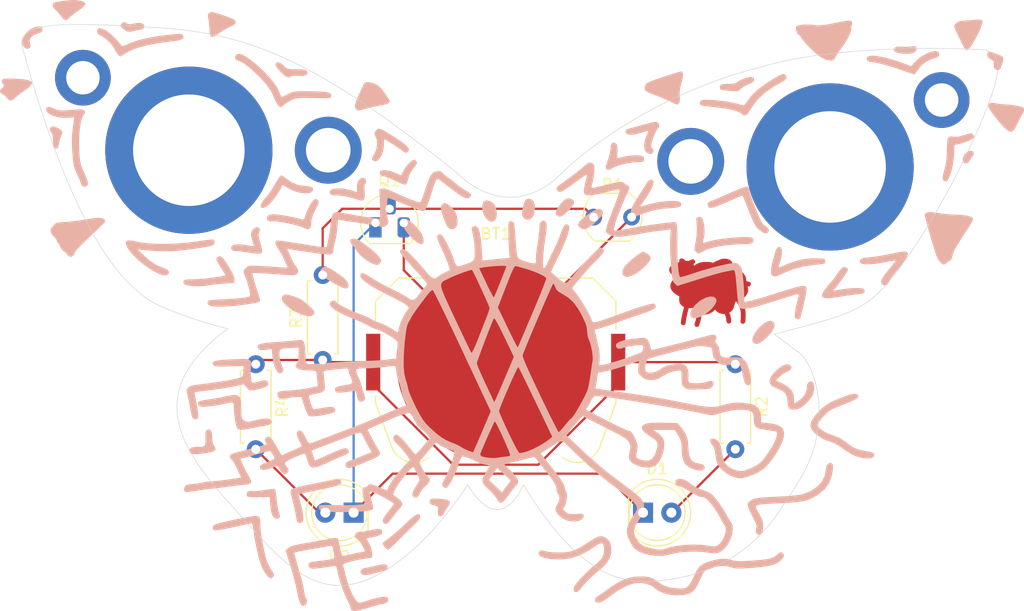
<source format=kicad_pcb>
(kicad_pcb (version 20241229) (generator "pcbnew") (generator_version "9.0")
  (layers (0 "F.Cu" signal) (2 "B.Cu" signal) (13 "F.Paste" user) (15 "B.Paste" user) (5 "F.SilkS" user "F.Silkscreen") (7 "B.SilkS" user "B.Silkscreen") (1 "F.Mask" user) (3 "B.Mask" user) (25 "Edge.Cuts" user))
  (net 0 "")
  (net 1 "Net-(BT1--)")
  (net 2 "Net-(BT1-+)")
  (net 3 "Net-(D1-A)")
  (net 4 "Net-(D2-A)")
  (net 5 "Net-(D1-K)")
  (net 6 "Net-(Q1-B)")
  (footprint "Resistor_THT:R_Axial_DIN0207_L6.3mm_D2.5mm_P7.62mm_Horizontal" (layer "F.Cu") (at 151.47 126.19 -90)
    (property "Reference" "R2" (at 3.81 -2.37 90) (layer "F.SilkS"))
    (property "Value" "R")
    (pad "1" thru_hole circle (at 0 0 270) (size 1.6 1.6) (drill 0.8) (layers "*.Cu" "*.Mask") (net 2 "Net-(BT1-+)"))
    (pad "2" thru_hole circle (at 7.62 0 270) (size 1.6 1.6) (drill 0.8) (layers "*.Cu" "*.Mask") (net 3 "Net-(D1-A)"))
  )
  (footprint "LOGO" (layer "F.Cu") (at 149 119.5)
    (property "Reference" "G***" (hide yes))
    (property "Value" "LOGO" (hide yes))
  )
  (footprint "LED_THT:LED_D5.0mm" (layer "F.Cu") (at 143.195 139.5)
    (property "Reference" "D1" (at 1.27 -3.96 0) (layer "F.SilkS"))
    (property "Value" "LED")
    (pad "1" thru_hole rect (at 0 0) (size 1.8 1.8) (drill 0.9) (layers "*.Cu" "*.Mask") (net 5 "Net-(D1-K)"))
    (pad "2" thru_hole circle (at 2.54 0) (size 1.8 1.8) (drill 0.9) (layers "*.Cu" "*.Mask") (net 3 "Net-(D1-A)"))
  )
  (footprint "LOGO" (layer "F.Cu") (at 149 119.5)
    (property "Reference" "G***" (hide yes))
    (property "Value" "LOGO" (hide yes))
    (fp_poly (pts (xy -2.27978 -2.792369) (xy -2.21085 -2.7635) (xy -2.138951 -2.717001) (xy -2.069803 -2.65775) (xy -1.989456 -2.580886) (xy -1.874735 -2.580886) (xy -1.827561 -2.580369) (xy -1.786149 -2.578963) (xy -1.755242 -2.576891) (xy -1.740284 -2.574625) (xy -1.721386 -2.575952) (xy -1.687852 -2.587587) (xy -1.639023 -2.609777) (xy -1.614951 -2.621721) (xy -1.529541 -2.662426) (xy -1.457141 -2.691259) (xy -1.395618 -2.708698) (xy -1.342842 -2.715221) (xy -1.29668 -2.711303) (xy -1.26236 -2.700674) (xy -1.208056 -2.668046) (xy -1.16723 -2.622476) (xy -1.14169 -2.56669) (xy -1.133231 -2.505883) (xy -1.141502 -2.441097) (xy -1.165264 -2.384665) (xy -1.202946 -2.339304) (xy -1.246199 -2.310783) (xy -1.269463 -2.296801) (xy -1.276248 -2.283556) (xy -1.274986 -2.277866) (xy -1.26862 -2.260475) (xy -1.258228 -2.231296) (xy -1.247417 -2.20052) (xy -1.23574 -2.169574) (xy -1.225781 -2.147606) (xy -1.219805 -2.139462) (xy -1.210224 -2.145397) (xy -1.189137 -2.16147) (xy -1.159856 -2.185086) (xy -1.132236 -2.208106) (xy -1.034834 -2.27866) (xy -0.920966 -2.33998) (xy -0.791572 -2.391706) (xy -0.647595 -2.433477) (xy -0.489974 -2.464932) (xy -0.4445 -2.471706) (xy -0.406854 -2.475256) (xy -0.353373 -2.478003) (xy -0.287744 -2.479951) (xy -0.213652 -2.481102) (xy -0.134786 -2.481459) (xy -0.054831 -2.481024) (xy 0.022526 -2.4798) (xy 0.093598 -2.47779) (xy 0.154698 -2.474997) (xy 0.202139 -2.471422) (xy 0.203923 -2.471239) (xy 0.262769 -2.463191) (xy 0.325002 -2.451411) (xy 0.384546 -2.437304) (xy 0.435326 -2.422272) (xy 0.464425 -2.411046) (xy 0.478207 -2.407729) (xy 0.494364 -2.411838) (xy 0.517334 -2.425225) (xy 0.544366 -2.444426) (xy 0.632776 -2.501242) (xy 0.734279 -2.552165) (xy 0.842634 -2.594106) (xy 0.854807 -2.598072) (xy 0.907292 -2.616224) (xy 0.963564 -2.637892) (xy 1.014201 -2.659381) (xy 1.030654 -2.667044) (xy 1.140478 -2.713357) (xy 1.25128 -2.745839) (xy 1.367254 -2.765286) (xy 1.492596 -2.772497) (xy 1.57773 -2.771138) (xy 1.653194 -2.7668) (xy 1.71437 -2.759796) (xy 1.766453 -2.748993) (xy 1.814633 -2.733259) (xy 1.864103 -2.711461) (xy 1.874339 -2.706409) (xy 1.9162 -2.68581) (xy 1.962105 -2.663737) (xy 1.985031 -2.652938) (xy 2.048947 -2.615066) (xy 2.106384 -2.565662) (xy 2.15174 -2.509828) (xy 2.163109 -2.490845) (xy 2.186439 -2.438956) (xy 2.206333 -2.378043) (xy 2.220601 -2.316199) (xy 2.227055 -2.261515) (xy 2.227217 -2.253861) (xy 2.233002 -2.208823) (xy 2.247338 -2.167955) (xy 2.265622 -2.123416) (xy 2.282392 -2.067274) (xy 2.295764 -2.007459) (xy 2.303853 -1.951903) (xy 2.305388 -1.923581) (xy 2.305538 -1.868893) (xy 2.405673 -1.862532) (xy 2.537594 -1.845357) (xy 2.670666 -1.811466) (xy 2.799713 -1.762611) (xy 2.919563 -1.700543) (xy 2.960201 -1.674806) (xy 3.042101 -1.613353) (xy 3.123844 -1.539795) (xy 3.201153 -1.458694) (xy 3.269751 -1.37461) (xy 3.32536 -1.292104) (xy 3.335278 -1.274885) (xy 3.377315 -1.186158) (xy 3.411201 -1.087943) (xy 3.435142 -0.98693) (xy 3.447345 -0.889809) (xy 3.448538 -0.852444) (xy 3.448538 -0.775987) (xy 3.514601 -0.750285) (xy 3.560913 -0.734935) (xy 3.612818 -0.721648) (xy 3.648928 -0.71491) (xy 3.699407 -0.706539) (xy 3.736287 -0.696735) (xy 3.765494 -0.683274) (xy 3.792953 -0.663932) (xy 3.799826 -0.658265) (xy 3.838305 -0.613989) (xy 3.861708 -0.561208) (xy 3.870073 -0.503803) (xy 3.863436 -0.445653) (xy 3.841833 -0.390639) (xy 3.805303 -0.34264) (xy 3.796759 -0.334706) (xy 3.75223 -0.304313) (xy 3.701876 -0.288039) (xy 3.641014 -0.284508) (xy 3.62801 -0.285155) (xy 3.594106 -0.286699) (xy 3.575951 -0.285374) (xy 3.569875 -0.280463) (xy 3.571027 -0.27402) (xy 3.595417 -0.198214) (xy 3.610628 -0.118625) (xy 3.617637 -0.029298) (xy 3.618374 0.014654) (xy 3.61797 0.070835) (xy 3.61606 0.113529) (xy 3.611875 0.14877) (xy 3.604642 0.182595) (xy 3.593592 0.221041) (xy 3.590931 0.229577) (xy 3.557521 0.322561) (xy 3.517783 0.405831) (xy 3.468411 0.48521) (xy 3.406099 0.566518) (xy 3.38627 0.589973) (xy 3.34074 0.637938) (xy 3.282934 0.691318) (xy 3.217681 0.746089) (xy 3.149811 0.798224) (xy 3.084152 0.843697) (xy 3.074432 0.849923) (xy 3.039115 0.872808) (xy 3.010968 0.892082) (xy 2.993478 0.905294) (xy 2.98944 0.909661) (xy 2.994024 0.919794) (xy 3.006703 0.943789) (xy 3.025807 0.978586) (xy 3.049666 1.021123) (xy 3.064052 1.04643) (xy 3.152105 1.212056) (xy 3.227705 1.37806) (xy 3.28876 1.539784) (xy 3.296999 1.564826) (xy 3.326441 1.662863) (xy 3.350277 1.75807) (xy 3.368875 1.853659) (xy 3.382604 1.952841) (xy 3.391832 2.058831) (xy 3.396928 2.174839) (xy 3.398262 2.304078) (xy 3.396588 2.432538) (xy 3.393198 2.550967) (xy 3.388362 2.651619) (xy 3.381807 2.736219) (xy 3.373263 2.806492) (xy 3.362459 2.864164) (xy 3.349121 2.91096) (xy 3.332979 2.948606) (xy 3.313761 2.978828) (xy 3.309819 2.983776) (xy 3.263775 3.025884) (xy 3.210227 3.052366) (xy 3.152785 3.063014) (xy 3.095057 3.057616) (xy 3.040653 3.035962) (xy 2.997142 3.00202) (xy 2.965484 2.964664) (xy 2.944782 2.926705) (xy 2.934258 2.884178) (xy 2.933133 2.833115) (xy 2.94063 2.769552) (xy 2.945769 2.740269) (xy 2.951811 2.696771) (xy 2.957026 2.637532) (xy 2.961326 2.566334) (xy 2.964621 2.486959) (xy 2.966823 2.403192) (xy 2.967844 2.318814) (xy 2.967595 2.237608) (xy 2.965988 2.163357) (xy 2.962933 2.099845) (xy 2.961267 2.078077) (xy 2.955622 2.021751) (xy 2.948629 1.964095) (xy 2.941234 1.912362) (xy 2.935205 1.877807) (xy 2.906031 1.761244) (xy 2.863884 1.635004) (xy 2.810216 1.502586) (xy 2.746483 1.367486) (xy 2.67414 1.233203) (xy 2.649929 1.191846) (xy 2.622029 1.145838) (xy 2.601558 1.114352) (xy 2.58642 1.09485) (xy 2.574518 1.084795) (xy 2.563754 1.08165) (xy 2.558979 1.081787) (xy 2.51163 1.088118) (xy 2.482866 1.096377) (xy 2.471802 1.106835) (xy 2.471615 1.108606) (xy 2.468023 1.124329) (xy 2.458684 1.151544) (xy 2.447821 1.17899) (xy 2.434944 1.216903) (xy 2.422803 1.264818) (xy 2.413749 1.313265) (xy 2.412799 1.320021) (xy 2.396385 1.400434) (xy 2.369962 1.480374) (xy 2.367625 1.486098) (xy 2.349899 1.531623) (xy 2.333411 1.578749) (xy 2.321174 1.618757) (xy 2.319277 1.626038) (xy 2.307501 1.66286) (xy 2.289317 1.707935) (xy 2.268244 1.752687) (xy 2.263747 1.761307) (xy 2.222067 1.825659) (xy 2.167082 1.890392) (xy 2.104147 1.950186) (xy 2.038618 1.99972) (xy 2.001778 2.021525) (xy 1.937856 2.055011) (xy 1.980684 2.177832) (xy 2.028803 2.333762) (xy 2.063745 2.489626) (xy 2.086737 2.651715) (xy 2.096281 2.770545) (xy 2.098794 2.817793) (xy 2.099326 2.850746) (xy 2.097158 2.874604) (xy 2.09157 2.894569) (xy 2.081842 2.915842) (xy 2.074131 2.930618) (xy 2.036699 2.981986) (xy 1.987922 3.01927) (xy 1.931171 3.040985) (xy 1.869818 3.045647) (xy 1.828633 3.038712) (xy 1.788659 3.020899) (xy 1.747445 2.991264) (xy 1.712122 2.955638) (xy 1.693732 2.928391) (xy 1.687728 2.909327) (xy 1.680519 2.874774) (xy 1.672788 2.828691) (xy 1.665221 2.775034) (xy 1.660622 2.737157) (xy 1.649415 2.644964) (xy 1.638194 2.567965) (xy 1.626096 2.501834) (xy 1.612259 2.442245) (xy 1.595821 2.384872) (xy 1.582092 2.343093) (xy 1.562574 2.286438) (xy 1.547782 2.245619) (xy 1.535961 2.218044) (xy 1.525352 2.201119) (xy 1.514197 2.192248) (xy 1.50074 2.188839) (xy 1.483222 2.188298) (xy 1.477208 2.188307) (xy 1.392958 2.18402) (xy 1.299787 2.172096) (xy 1.205505 2.153947) (xy 1.117922 2.13098) (xy 1.070214 2.114866) (xy 0.990666 2.078949) (xy 0.909319 2.031543) (xy 0.83106 1.976197) (xy 0.760775 1.91646) (xy 0.703353 1.855882) (xy 0.689712 1.838541) (xy 0.651617 1.787533) (xy 0.629791 1.819652) (xy 0.610205 1.843128) (xy 0.57896 1.874565) (xy 0.540087 1.910283) (xy 0.497617 1.946598) (xy 0.455581 1.979829) (xy 0.449384 1.984451) (xy 0.399636 2.017177) (xy 0.334898 2.053525) (xy 0.258937 2.091655) (xy 0.175522 2.129726) (xy 0.088422 2.165899) (xy 0.039077 2.184776) (xy -0.026109 2.20398) (xy -0.103588 2.2189) (xy -0.188693 2.229318) (xy -0.276758 2.235012) (xy -0.363116 2.235764) (xy -0.4431 2.231354) (xy -0.512044 2.221561) (xy -0.548022 2.21243) (xy -0.558433 2.211002) (xy -0.564026 2.217849) (xy -0.566262 2.236996) (xy -0.566616 2.263652) (xy -0.568599 2.312192) (xy -0.574115 2.37481) (xy -0.582512 2.446502) (xy -0.593141 2.52226) (xy -0.605349 2.597079) (xy -0.618487 2.665952) (xy -0.619609 2.671294) (xy -0.629564 2.714419) (xy -0.643278 2.76833) (xy -0.659863 2.830026) (xy -0.678429 2.896505) (xy -0.69809 2.964764) (xy -0.717957 3.031802) (xy -0.737141 3.094616) (xy -0.754755 3.150203) (xy -0.769911 3.195562) (xy -0.781719 3.227691) (xy -0.788652 3.242661) (xy -0.830581 3.291578) (xy -0.882613 3.32533) (xy -0.941487 3.342627) (xy -1.003942 3.342178) (xy -1.027523 3.337198) (xy -1.087508 3.311656) (xy -1.135356 3.271611) (xy -1.16925 3.219152) (xy -1.18737 3.156369) (xy -1.187822 3.15305) (xy -1.188538 3.135229) (xy -1.186159 3.112041) (xy -1.180101 3.080966) (xy -1.169782 3.039485) (xy -1.154618 2.985079) (xy -1.134025 2.915229) (xy -1.128418 2.896577) (xy -1.090982 2.768597) (xy -1.060662 2.655689) (xy -1.037002 2.554911) (xy -1.019549 2.463319) (xy -1.00785 2.377972) (xy -1.001451 2.295928) (xy -0.999897 2.214246) (xy -1.002736 2.129982) (xy -1.004932 2.095846) (xy -1.016129 1.939884) (xy -1.048966 1.905346) (xy -1.084045 1.864494) (xy -1.119067 1.816896) (xy -1.150825 1.767588) (xy -1.176112 1.721605) (xy -1.191721 1.683983) (xy -1.193125 1.679003) (xy -1.205779 1.62963) (xy -1.245217 1.636306) (xy -1.296965 1.643351) (xy -1.362402 1.649673) (xy -1.435682 1.65487) (xy -1.510958 1.658538) (xy -1.582383 1.660272) (xy -1.593205 1.660343) (xy -1.706371 1.660769) (xy -1.752441 1.8311) (xy -1.771001 1.902038) (xy -1.791784 1.985445) (xy -1.814001 2.077813) (xy -1.836864 2.175634) (xy -1.859583 2.275399) (xy -1.881368 2.3736) (xy -1.901431 2.466729) (xy -1.918983 2.551277) (xy -1.933234 2.623737) (xy -1.942995 2.678174) (xy -1.952512 2.74024) (xy -1.962058 2.810358) (xy -1.970281 2.878228) (xy -1.97426 2.916115) (xy -1.982985 2.987302) (xy -1.994574 3.042301) (xy -2.010303 3.084397) (xy -2.031448 3.116877) (xy -2.059286 3.143025) (xy -2.063667 3.146278) (xy -2.118744 3.178052) (xy -2.173352 3.192047) (xy -2.218435 3.191377) (xy -2.282291 3.174952) (xy -2.335379 3.142275) (xy -2.377228 3.093696) (xy -2.396161 3.058387) (xy -2.404398 3.034358) (xy -2.409322 3.004822) (xy -2.410871 2.967328) (xy -2.408981 2.919423) (xy -2.403591 2.858653) (xy -2.394637 2.782565) (xy -2.387793 2.7305) (xy -2.376985 2.659654) (xy -2.361763 2.573168) (xy -2.342827 2.47426) (xy -2.320875 2.366147) (xy -2.296607 2.252048) (xy -2.270724 2.135179) (xy -2.243923 2.018758) (xy -2.216906 1.906004) (xy -2.190371 1.800132) (xy -2.165018 1.704362) (xy -2.163517 1.698889) (xy -2.150853 1.651997) (xy -2.140348 1.611552) (xy -2.132988 1.581464) (xy -2.12976 1.565649) (xy -2.129693 1.564703) (xy -2.137811 1.555113) (xy -2.159146 1.540442) (xy -2.189169 1.523781) (xy -2.19075 1.522985) (xy -2.282022 1.468802) (xy -2.363945 1.403371) (xy -2.433289 1.329717) (xy -2.486824 1.250866) (xy -2.492431 1.240435) (xy -2.517019 1.180972) (xy -2.53757 1.107304) (xy -2.553535 1.024424) (xy -2.564365 0.937326) (xy -2.569512 0.851005) (xy -2.568427 0.770455) (xy -2.560561 0.70067) (xy -2.554654 0.674077) (xy -2.546756 0.643541) (xy -2.541469 0.620974) (xy -2.540116 0.613117) (xy -2.548329 0.606121) (xy -2.570461 0.593329) (xy -2.602595 0.576915) (xy -2.62251 0.567413) (xy -2.667112 0.545002) (xy -2.712088 0.519749) (xy -2.749324 0.496274) (xy -2.756836 0.490958) (xy -2.791025 0.467462) (xy -2.834034 0.440068) (xy -2.877457 0.414102) (xy -2.884247 0.410229) (xy -2.952034 0.365406) (xy -3.02231 0.307387) (xy -3.092069 0.239651) (xy -3.158301 0.165678) (xy -3.217998 0.088947) (xy -3.268153 0.012938) (xy -3.305756 -0.058869) (xy -3.319151 -0.092808) (xy -3.346187 -0.201313) (xy -3.354834 -0.313173) (xy -3.345398 -0.426054) (xy -3.318183 -0.537628) (xy -3.273494 -0.645562) (xy -3.238883 -0.706865) (xy -3.184068 -0.784849) (xy -3.119298 -0.861157) (xy -3.048564 -0.93188) (xy -2.975853 -0.993105) (xy -2.905155 -1.040924) (xy -2.888927 -1.049972) (xy -2.865195 -1.065049) (xy -2.854769 -1.081171) (xy -2.852531 -1.103703) (xy -2.851252 -1.134806) (xy -2.84813 -1.17275) (xy -2.846506 -1.187539) (xy -2.840567 -1.236963) (xy -2.919747 -1.249084) (xy -2.998056 -1.263676) (xy -3.064183 -1.282768) (xy -3.123371 -1.308902) (xy -3.180861 -1.344617) (xy -3.241897 -1.392453) (xy -3.27461 -1.421018) (xy -3.338347 -1.481806) (xy -3.386433 -1.537213) (xy -3.420665 -1.590657) (xy -3.44284 -1.645555) (xy -3.454753 -1.705322) (xy -3.458202 -1.770229) (xy -3.448757 -1.85857) (xy -3.420933 -1.945996) (xy -3.375867 -2.030674) (xy -3.314696 -2.110771) (xy -3.238559 -2.184457) (xy -3.16838 -2.237061) (xy -3.115082 -2.268364) (xy -3.04799 -2.301078) (xy -2.972493 -2.332907) (xy -2.893982 -2.361556) (xy -2.828193 -2.381894) (xy -2.788759 -2.394155) (xy -2.739209 -2.411326) (xy -2.687391 -2.43063) (xy -2.660645 -2.441199) (xy -2.619532 -2.45752) (xy -2.584854 -2.470653) (xy -2.560747 -2.479071) (xy -2.551811 -2.481385) (xy -2.54861 -2.489874) (xy -2.551942 -2.512758) (xy -2.556924 -2.531817) (xy -2.565879 -2.593968) (xy -2.555561 -2.653125) (xy -2.526059 -2.708915) (xy -2.509987 -2.728984) (xy -2.460844 -2.771915) (xy -2.405568 -2.796704) (xy -2.344949 -2.803479)) (fill yes) (layer "F.Cu"))
  )
  (footprint "Package_TO_SOT_THT:TO-92L_HandSolder" (layer "F.Cu") (at 119.2 113.52)
    (property "Reference" "Q1" (at 1.27 -3.8 0) (layer "F.SilkS"))
    (property "Value" "NPN")
    (pad "1" thru_hole rect (at 0 0) (size 1.1 1.8) (drill 0.75 (offset 0 0.4)) (layers "*.Cu" "*.Mask") (net 5 "Net-(D1-K)"))
    (pad "2" thru_hole roundrect (at 1.27 -1.27) (size 1.1 1.8) (drill 0.75 (offset 0 -0.4)) (layers "*.Cu" "*.Mask") (net 6 "Net-(Q1-B)"))
    (pad "3" thru_hole roundrect (at 2.54 0) (size 1.1 1.8) (drill 0.75 (offset 0 0.4)) (layers "*.Cu" "*.Mask") (net 1 "Net-(BT1--)"))
  )
  (footprint "Battery:BatteryHolder_Keystone_3034_1x20mm" (layer "F.Cu") (at 129.985 126)
    (property "Reference" "BT1" (at 0 -11.5 0) (layer "F.SilkS"))
    (property "Value" "Battery_Cell")
    (pad "1" smd rect (at -10.985 0) (size 1.27 5.08) (layers "F.Cu" "F.Mask" "F.Paste") (net 2 "Net-(BT1-+)"))
    (pad "1" smd rect (at 10.985 0) (size 1.27 5.08) (layers "F.Cu" "F.Mask" "F.Paste") (net 2 "Net-(BT1-+)"))
    (pad "2" smd circle (at 0 0) (size 17.8 17.8) (layers "F.Cu" "F.Mask") (net 1 "Net-(BT1--)"))
  )
  (footprint "OptoDevice:R_LDR_5.1x4.3mm_P3.4mm_Vertical" (layer "F.Cu") (at 138.77 113)
    (property "Reference" "R1" (at 1.7 -2.9 0) (layer "F.SilkS"))
    (property "Value" "R_Photo")
    (pad "1" thru_hole circle (at 0 0) (size 1.5 1.5) (drill 0.8) (layers "*.Cu" "*.Mask") (net 6 "Net-(Q1-B)"))
    (pad "2" thru_hole circle (at 3.4 0) (size 1.5 1.5) (drill 0.8) (layers "*.Cu" "*.Mask") (net 1 "Net-(BT1--)"))
  )
  (footprint "Resistor_THT:R_Axial_DIN0207_L6.3mm_D2.5mm_P7.62mm_Horizontal" (layer "F.Cu") (at 114.47 125.81 90)
    (property "Reference" "R3" (at 3.81 -2.37 90) (layer "F.SilkS"))
    (property "Value" "R")
    (pad "1" thru_hole circle (at 0 0 90) (size 1.6 1.6) (drill 0.8) (layers "*.Cu" "*.Mask") (net 2 "Net-(BT1-+)"))
    (pad "2" thru_hole circle (at 7.62 0 90) (size 1.6 1.6) (drill 0.8) (layers "*.Cu" "*.Mask") (net 6 "Net-(Q1-B)"))
  )
  (footprint "Resistor_THT:R_Axial_DIN0207_L6.3mm_D2.5mm_P7.62mm_Horizontal" (layer "F.Cu") (at 108.47 126.19 -90)
    (property "Reference" "R4" (at 3.81 -2.37 90) (layer "F.SilkS"))
    (property "Value" "R")
    (pad "1" thru_hole circle (at 0 0 270) (size 1.6 1.6) (drill 0.8) (layers "*.Cu" "*.Mask") (net 2 "Net-(BT1-+)"))
    (pad "2" thru_hole circle (at 7.62 0 270) (size 1.6 1.6) (drill 0.8) (layers "*.Cu" "*.Mask") (net 4 "Net-(D2-A)"))
  )
  (footprint "LED_THT:LED_D5.0mm" (layer "F.Cu") (at 117.245 139.5 180)
    (property "Reference" "D2" (at 1.27 -3.96 0) (layer "F.SilkS"))
    (property "Value" "LED")
    (pad "1" thru_hole rect (at 0 0 180) (size 1.8 1.8) (drill 0.9) (layers "*.Cu" "*.Mask") (net 5 "Net-(D1-K)"))
    (pad "2" thru_hole circle (at 2.54 0 180) (size 1.8 1.8) (drill 0.9) (layers "*.Cu" "*.Mask") (net 4 "Net-(D2-A)"))
  )
  (footprint "LOGO" (layer "B.Cu") (at 131 121 180)
    (property "Reference" "G***" (hide yes))
    (property "Value" "LOGO" (hide yes))
  )
  (gr_curve (pts (xy 166.97 116.5) (xy 170.47 111.5) (xy 173.47 105) (xy 174.47 102)) (stroke (width 0.05)) (layer "Edge.Cuts"))
  (gr_curve (pts (xy 99.97 121) (xy 103.47 122.5) (xy 105.97 123) (xy 105.97 123)) (stroke (width 0.05)) (layer "Edge.Cuts"))
  (gr_curve (pts (xy 105.97 138.5) (xy 110.47 143.5) (xy 113.47 147.5) (xy 118.47 145.5)) (stroke (width 0.05)) (layer "Edge.Cuts"))
  (gr_curve (pts (xy 126.47 109) (xy 113.97 99) (xy 107.97 96.5) (xy 99.47 96)) (stroke (width 0.05)) (layer "Edge.Cuts"))
  (gr_curve (pts (xy 135.97 109) (xy 130.97 114) (xy 126.47 109) (xy 126.47 109)) (stroke (width 0.05)) (layer "Edge.Cuts"))
  (gr_curve (pts (xy 154.97 123.5) (xy 162.47 121.5) (xy 163.47 121.5) (xy 166.97 116.5)) (stroke (width 0.05)) (layer "Edge.Cuts"))
  (gr_curve (pts (xy 132.47 137) (xy 137.97 146) (xy 141.97 146) (xy 145.47 145.5)) (stroke (width 0.05)) (layer "Edge.Cuts"))
  (gr_curve (pts (xy 127.47 137) (xy 130.47 142) (xy 132.47 137) (xy 132.47 137)) (stroke (width 0.05)) (layer "Edge.Cuts"))
  (gr_curve (pts (xy 158.97 130) (xy 158.97 128) (xy 157.97 125.5) (xy 156.97 125)) (stroke (width 0.05)) (layer "Edge.Cuts"))
  (gr_curve (pts (xy 105.97 123) (xy 98.47 128.5) (xy 101.47 133.5) (xy 105.97 138.5)) (stroke (width 0.05)) (layer "Edge.Cuts"))
  (gr_curve (pts (xy 87.47 97.5) (xy 91.97 114) (xy 96.47 119.5) (xy 99.97 121)) (stroke (width 0.05)) (layer "Edge.Cuts"))
  (gr_curve (pts (xy 118.47 145.5) (xy 123.47 143.5) (xy 127.47 137) (xy 127.47 137)) (stroke (width 0.05)) (layer "Edge.Cuts"))
  (gr_curve (pts (xy 156.97 125) (xy 154.97 123.5) (xy 154.97 123.5) (xy 154.97 123.5)) (stroke (width 0.05)) (layer "Edge.Cuts"))
  (gr_curve (pts (xy 145.47 145.5) (xy 148.97 145) (xy 152.97 143.5) (xy 155.97 138.5)) (stroke (width 0.05)) (layer "Edge.Cuts"))
  (gr_curve (pts (xy 99.47 96) (xy 90.97 95.5) (xy 87.47 95.5) (xy 87.47 97.5)) (stroke (width 0.05)) (layer "Edge.Cuts"))
  (gr_curve (pts (xy 174.47 102) (xy 175.47 99) (xy 174.97 98.5) (xy 173.97 98)) (stroke (width 0.05)) (layer "Edge.Cuts"))
  (gr_curve (pts (xy 153.97 99.5) (xy 145.47 101.5) (xy 138.47 106.5) (xy 135.97 109)) (stroke (width 0.05)) (layer "Edge.Cuts"))
  (gr_curve (pts (xy 173.97 98) (xy 164.47 97.5) (xy 156.97 98.5) (xy 153.97 99.5)) (stroke (width 0.05)) (layer "Edge.Cuts"))
  (gr_curve (pts (xy 155.97 138.5) (xy 158.47 135) (xy 158.97 133) (xy 158.97 130)) (stroke (width 0.05)) (layer "Edge.Cuts"))
  (via (at 102.47 107) (size 15) (drill 10) (layers "F.Cu" "B.Cu") (net 0))
  (via (at 114.97 107) (size 6) (drill 4) (layers "F.Cu" "B.Cu") (net 0))
  (via (at 92.97 100.5) (size 5) (drill 3) (layers "F.Cu" "B.Cu") (net 0))
  (via (at 169.97 102.5) (size 5) (drill 3) (layers "F.Cu" "B.Cu") (net 0))
  (via (at 147.47 108) (size 6) (drill 4) (layers "F.Cu" "B.Cu") (net 0))
  (via (at 159.97 108.5) (size 15) (drill 10) (layers "F.Cu" "B.Cu") (net 0))
  (segment (start 129.985 125.185) (end 129.985 126) (width 0.2) (layer "F.Cu") (net 1))
  (segment (start 121.74 113.52) (end 121.74 117.755) (width 0.2) (layer "F.Cu") (net 1))
  (segment (start 142.17 113) (end 129.985 125.185) (width 0.2) (layer "F.Cu") (net 1))
  (segment (start 121.74 117.755) (end 129.985 126) (width 0.2) (layer "F.Cu") (net 1))
  (segment (start 140.97 128.027179) (end 140.97 126) (width 0.2) (layer "F.Cu") (net 2))
  (segment (start 119 126) (end 114.66 126) (width 0.2) (layer "F.Cu") (net 2))
  (segment (start 114.47 125.81) (end 108.85 125.81) (width 0.2) (layer "F.Cu") (net 2))
  (segment (start 108.85 125.81) (end 108.47 126.19) (width 0.2) (layer "F.Cu") (net 2))
  (segment (start 151.28 126) (end 151.47 126.19) (width 0.2) (layer "F.Cu") (net 2))
  (segment (start 114.66 126) (end 114.47 125.81) (width 0.2) (layer "F.Cu") (net 2))
  (segment (start 133.796179 135.201) (end 140.97 128.027179) (width 0.2) (layer "F.Cu") (net 2))
  (segment (start 140.97 126) (end 151.28 126) (width 0.2) (layer "F.Cu") (net 2))
  (segment (start 126.173821 135.201) (end 133.796179 135.201) (width 0.2) (layer "F.Cu") (net 2))
  (segment (start 119 126) (end 119 128.027179) (width 0.2) (layer "F.Cu") (net 2))
  (segment (start 119 128.027179) (end 126.173821 135.201) (width 0.2) (layer "F.Cu") (net 2))
  (segment (start 145.78 139.5) (end 145.735 139.5) (width 0.2) (layer "F.Cu") (net 3))
  (segment (start 151.47 133.81) (end 145.78 139.5) (width 0.2) (layer "F.Cu") (net 3))
  (segment (start 108.47 133.81) (end 114.16 139.5) (width 0.2) (layer "F.Cu") (net 4))
  (segment (start 114.16 139.5) (end 114.705 139.5) (width 0.2) (layer "F.Cu") (net 4))
  (segment (start 120.745 136) (end 139.695 136) (width 0.2) (layer "F.Cu") (net 5))
  (segment (start 139.695 136) (end 143.195 139.5) (width 0.2) (layer "F.Cu") (net 5))
  (segment (start 117.245 139.5) (end 120.745 136) (width 0.2) (layer "F.Cu") (net 5))
  (segment (start 117.245 115.475) (end 119.2 113.52) (width 0.2) (layer "B.Cu") (net 5))
  (segment (start 117.245 139.5) (end 117.245 115.475) (width 0.2) (layer "B.Cu") (net 5))
  (segment (start 114.47 114) (end 116.22 112.25) (width 0.2) (layer "F.Cu") (net 6))
  (segment (start 120.47 112.25) (end 138.02 112.25) (width 0.2) (layer "F.Cu") (net 6))
  (segment (start 116.22 112.25) (end 120.47 112.25) (width 0.2) (layer "F.Cu") (net 6))
  (segment (start 114.47 118.19) (end 114.47 114) (width 0.2) (layer "F.Cu") (net 6))
  (segment (start 138.02 112.25) (end 138.77 113) (width 0.2) (layer "F.Cu") (net 6))
)
</source>
